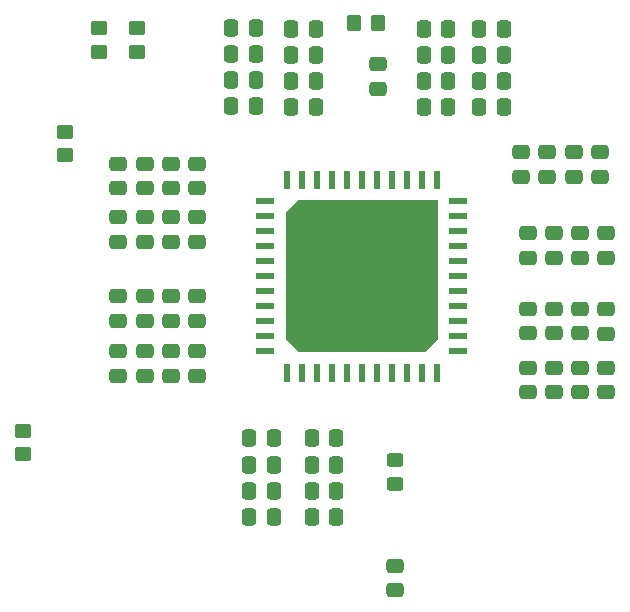
<source format=gbr>
%TF.GenerationSoftware,KiCad,Pcbnew,9.0.3*%
%TF.CreationDate,2025-09-10T16:07:27-04:00*%
%TF.ProjectId,Group4_PCB_AP,47726f75-7034-45f5-9043-425f41502e6b,rev?*%
%TF.SameCoordinates,Original*%
%TF.FileFunction,Paste,Top*%
%TF.FilePolarity,Positive*%
%FSLAX46Y46*%
G04 Gerber Fmt 4.6, Leading zero omitted, Abs format (unit mm)*
G04 Created by KiCad (PCBNEW 9.0.3) date 2025-09-10 16:07:27*
%MOMM*%
%LPD*%
G01*
G04 APERTURE LIST*
G04 Aperture macros list*
%AMRoundRect*
0 Rectangle with rounded corners*
0 $1 Rounding radius*
0 $2 $3 $4 $5 $6 $7 $8 $9 X,Y pos of 4 corners*
0 Add a 4 corners polygon primitive as box body*
4,1,4,$2,$3,$4,$5,$6,$7,$8,$9,$2,$3,0*
0 Add four circle primitives for the rounded corners*
1,1,$1+$1,$2,$3*
1,1,$1+$1,$4,$5*
1,1,$1+$1,$6,$7*
1,1,$1+$1,$8,$9*
0 Add four rect primitives between the rounded corners*
20,1,$1+$1,$2,$3,$4,$5,0*
20,1,$1+$1,$4,$5,$6,$7,0*
20,1,$1+$1,$6,$7,$8,$9,0*
20,1,$1+$1,$8,$9,$2,$3,0*%
%AMOutline5P*
0 Free polygon, 5 corners , with rotation*
0 The origin of the aperture is its center*
0 number of corners: always 5*
0 $1 to $10 corner X, Y*
0 $11 Rotation angle, in degrees counterclockwise*
0 create outline with 5 corners*
4,1,5,$1,$2,$3,$4,$5,$6,$7,$8,$9,$10,$1,$2,$11*%
%AMOutline6P*
0 Free polygon, 6 corners , with rotation*
0 The origin of the aperture is its center*
0 number of corners: always 6*
0 $1 to $12 corner X, Y*
0 $13 Rotation angle, in degrees counterclockwise*
0 create outline with 6 corners*
4,1,6,$1,$2,$3,$4,$5,$6,$7,$8,$9,$10,$11,$12,$1,$2,$13*%
%AMOutline7P*
0 Free polygon, 7 corners , with rotation*
0 The origin of the aperture is its center*
0 number of corners: always 7*
0 $1 to $14 corner X, Y*
0 $15 Rotation angle, in degrees counterclockwise*
0 create outline with 7 corners*
4,1,7,$1,$2,$3,$4,$5,$6,$7,$8,$9,$10,$11,$12,$13,$14,$1,$2,$15*%
%AMOutline8P*
0 Free polygon, 8 corners , with rotation*
0 The origin of the aperture is its center*
0 number of corners: always 8*
0 $1 to $16 corner X, Y*
0 $17 Rotation angle, in degrees counterclockwise*
0 create outline with 8 corners*
4,1,8,$1,$2,$3,$4,$5,$6,$7,$8,$9,$10,$11,$12,$13,$14,$15,$16,$1,$2,$17*%
G04 Aperture macros list end*
%ADD10RoundRect,0.250000X-0.475000X0.337500X-0.475000X-0.337500X0.475000X-0.337500X0.475000X0.337500X0*%
%ADD11RoundRect,0.250000X0.475000X-0.337500X0.475000X0.337500X-0.475000X0.337500X-0.475000X-0.337500X0*%
%ADD12R,1.500000X0.508000*%
%ADD13R,0.508000X1.500000*%
%ADD14Outline7P,-6.415000X5.388600X-5.388600X6.415000X6.415000X6.415000X6.415000X-5.388600X5.388600X-6.415000X-5.388600X-6.415000X-6.415000X-5.388600X0.000000*%
%ADD15RoundRect,0.250000X-0.337500X-0.475000X0.337500X-0.475000X0.337500X0.475000X-0.337500X0.475000X0*%
%ADD16RoundRect,0.250000X0.337500X0.475000X-0.337500X0.475000X-0.337500X-0.475000X0.337500X-0.475000X0*%
%ADD17RoundRect,0.250000X0.350000X0.450000X-0.350000X0.450000X-0.350000X-0.450000X0.350000X-0.450000X0*%
%ADD18RoundRect,0.250000X-0.450000X0.350000X-0.450000X-0.350000X0.450000X-0.350000X0.450000X0.350000X0*%
%ADD19RoundRect,0.250000X0.450000X-0.350000X0.450000X0.350000X-0.450000X0.350000X-0.450000X-0.350000X0*%
%ADD20RoundRect,0.250000X0.450000X-0.325000X0.450000X0.325000X-0.450000X0.325000X-0.450000X-0.325000X0*%
G04 APERTURE END LIST*
D10*
%TO.C,C19*%
X207500000Y-77962500D03*
X207500000Y-80037500D03*
%TD*%
%TO.C,C22*%
X224650000Y-98687500D03*
X224650000Y-100762500D03*
%TD*%
D11*
%TO.C,C49*%
X187772000Y-88500000D03*
X187772000Y-86425000D03*
%TD*%
D10*
%TO.C,C21*%
X222436000Y-98687500D03*
X222436000Y-100762500D03*
%TD*%
D11*
%TO.C,C69*%
X187772000Y-93000000D03*
X187772000Y-90925000D03*
%TD*%
D12*
%TO.C,U1*%
X198000000Y-89570000D03*
X198000000Y-101000000D03*
X198000000Y-102270000D03*
D13*
X199813500Y-87756500D03*
X199813500Y-104083500D03*
X201083500Y-87756500D03*
D14*
X206163500Y-95920000D03*
D13*
X211243500Y-104083500D03*
X212513500Y-87756500D03*
X212513500Y-104083500D03*
D12*
X214327000Y-89570000D03*
X214327000Y-90840000D03*
X214327000Y-102270000D03*
X214327000Y-92110000D03*
X214327000Y-93380000D03*
X214327000Y-94650000D03*
X214327000Y-95920000D03*
X214327000Y-97190000D03*
X214327000Y-98460000D03*
X214327000Y-99730000D03*
X214327000Y-101000000D03*
D13*
X209973500Y-104083500D03*
X208703500Y-104083500D03*
X207433500Y-104083500D03*
X206163500Y-104083500D03*
X204893500Y-104083500D03*
X203623500Y-104083500D03*
X202353500Y-104083500D03*
X201083500Y-104083500D03*
D12*
X198000000Y-99730000D03*
X198000000Y-98460000D03*
X198000000Y-97190000D03*
X198000000Y-95920000D03*
X198000000Y-94650000D03*
X198000000Y-93380000D03*
X198000000Y-92110000D03*
X198000000Y-90840000D03*
D13*
X202353500Y-87756500D03*
X203623500Y-87756500D03*
X204893500Y-87756500D03*
X206163500Y-87756500D03*
X207433500Y-87756500D03*
X208703500Y-87756500D03*
X209973500Y-87756500D03*
X211243500Y-87756500D03*
%TD*%
D15*
%TO.C,C24*%
X211394030Y-81600000D03*
X213469030Y-81600000D03*
%TD*%
D16*
%TO.C,C57*%
X202246000Y-77172000D03*
X200171000Y-77172000D03*
%TD*%
D11*
%TO.C,C47*%
X189986000Y-88500000D03*
X189986000Y-86425000D03*
%TD*%
D17*
%TO.C,R19*%
X207500000Y-74500000D03*
X205500000Y-74500000D03*
%TD*%
D18*
%TO.C,R27*%
X181000000Y-83700000D03*
X181000000Y-85700000D03*
%TD*%
D16*
%TO.C,C74*%
X198700000Y-114086000D03*
X196625000Y-114086000D03*
%TD*%
D10*
%TO.C,C31*%
X189986000Y-97625000D03*
X189986000Y-99700000D03*
%TD*%
%TO.C,C46*%
X221872000Y-85425000D03*
X221872000Y-87500000D03*
%TD*%
D15*
%TO.C,C60*%
X201925000Y-109658000D03*
X204000000Y-109658000D03*
%TD*%
D16*
%TO.C,C53*%
X202246000Y-81600000D03*
X200171000Y-81600000D03*
%TD*%
D15*
%TO.C,C63*%
X201925000Y-116300000D03*
X204000000Y-116300000D03*
%TD*%
D11*
%TO.C,C76*%
X209000000Y-122537500D03*
X209000000Y-120462500D03*
%TD*%
D16*
%TO.C,C59*%
X202246000Y-74958000D03*
X200171000Y-74958000D03*
%TD*%
D15*
%TO.C,C61*%
X201925000Y-111872000D03*
X204000000Y-111872000D03*
%TD*%
D10*
%TO.C,C23*%
X226864000Y-98725000D03*
X226864000Y-100800000D03*
%TD*%
D16*
%TO.C,C40*%
X197200000Y-77125000D03*
X195125000Y-77125000D03*
%TD*%
D15*
%TO.C,C25*%
X211394030Y-79386000D03*
X213469030Y-79386000D03*
%TD*%
D16*
%TO.C,C42*%
X197200000Y-74911000D03*
X195125000Y-74911000D03*
%TD*%
D10*
%TO.C,C64*%
X220223500Y-103690500D03*
X220223500Y-105765500D03*
%TD*%
%TO.C,C33*%
X187772000Y-97625000D03*
X187772000Y-99700000D03*
%TD*%
%TO.C,C66*%
X222437500Y-103690500D03*
X222437500Y-105765500D03*
%TD*%
D16*
%TO.C,C38*%
X197200000Y-79339000D03*
X195125000Y-79339000D03*
%TD*%
D15*
%TO.C,C62*%
X201925000Y-114086000D03*
X204000000Y-114086000D03*
%TD*%
D16*
%TO.C,C55*%
X202246000Y-79386000D03*
X200171000Y-79386000D03*
%TD*%
D19*
%TO.C,R25*%
X183950000Y-76950000D03*
X183950000Y-74950000D03*
%TD*%
D11*
%TO.C,C45*%
X192200000Y-88500000D03*
X192200000Y-86425000D03*
%TD*%
D10*
%TO.C,C48*%
X224086000Y-85425000D03*
X224086000Y-87500000D03*
%TD*%
%TO.C,C29*%
X192200000Y-97625000D03*
X192200000Y-99700000D03*
%TD*%
%TO.C,C35*%
X185558000Y-97625000D03*
X185558000Y-99700000D03*
%TD*%
D15*
%TO.C,C56*%
X216125000Y-77172000D03*
X218200000Y-77172000D03*
%TD*%
%TO.C,C52*%
X216125000Y-81600000D03*
X218200000Y-81600000D03*
%TD*%
D11*
%TO.C,C71*%
X185558000Y-93000000D03*
X185558000Y-90925000D03*
%TD*%
D16*
%TO.C,C73*%
X198700000Y-111872000D03*
X196625000Y-111872000D03*
%TD*%
D10*
%TO.C,C28*%
X192200000Y-102300000D03*
X192200000Y-104375000D03*
%TD*%
%TO.C,C39*%
X224628000Y-92300000D03*
X224628000Y-94375000D03*
%TD*%
%TO.C,C30*%
X189986000Y-102300000D03*
X189986000Y-104375000D03*
%TD*%
D15*
%TO.C,C27*%
X211394030Y-74958000D03*
X213469030Y-74958000D03*
%TD*%
%TO.C,C54*%
X216125000Y-79386000D03*
X218200000Y-79386000D03*
%TD*%
D10*
%TO.C,C32*%
X187772000Y-102300000D03*
X187772000Y-104375000D03*
%TD*%
D15*
%TO.C,C26*%
X211394030Y-77172000D03*
X213469030Y-77172000D03*
%TD*%
D16*
%TO.C,C36*%
X197200000Y-81553000D03*
X195125000Y-81553000D03*
%TD*%
D10*
%TO.C,C50*%
X226300000Y-85425000D03*
X226300000Y-87500000D03*
%TD*%
D20*
%TO.C,L5*%
X209000000Y-113525000D03*
X209000000Y-111475000D03*
%TD*%
D10*
%TO.C,C44*%
X219658000Y-85425000D03*
X219658000Y-87500000D03*
%TD*%
%TO.C,C37*%
X226842000Y-92300000D03*
X226842000Y-94375000D03*
%TD*%
%TO.C,C43*%
X220200000Y-92300000D03*
X220200000Y-94375000D03*
%TD*%
D11*
%TO.C,C67*%
X189986000Y-93000000D03*
X189986000Y-90925000D03*
%TD*%
D10*
%TO.C,C68*%
X224651500Y-103690500D03*
X224651500Y-105765500D03*
%TD*%
D19*
%TO.C,R26*%
X187150000Y-76950000D03*
X187150000Y-74950000D03*
%TD*%
D18*
%TO.C,R24*%
X177500000Y-109000000D03*
X177500000Y-111000000D03*
%TD*%
D11*
%TO.C,C51*%
X185558000Y-88500000D03*
X185558000Y-86425000D03*
%TD*%
%TO.C,C65*%
X192200000Y-93000000D03*
X192200000Y-90925000D03*
%TD*%
D10*
%TO.C,C20*%
X220222000Y-98687500D03*
X220222000Y-100762500D03*
%TD*%
D15*
%TO.C,C58*%
X216125000Y-74958000D03*
X218200000Y-74958000D03*
%TD*%
D16*
%TO.C,C72*%
X198700000Y-109658000D03*
X196625000Y-109658000D03*
%TD*%
D10*
%TO.C,C41*%
X222414000Y-92300000D03*
X222414000Y-94375000D03*
%TD*%
%TO.C,C34*%
X185558000Y-102300000D03*
X185558000Y-104375000D03*
%TD*%
D16*
%TO.C,C75*%
X198700000Y-116300000D03*
X196625000Y-116300000D03*
%TD*%
D10*
%TO.C,C70*%
X226865500Y-103690500D03*
X226865500Y-105765500D03*
%TD*%
M02*

</source>
